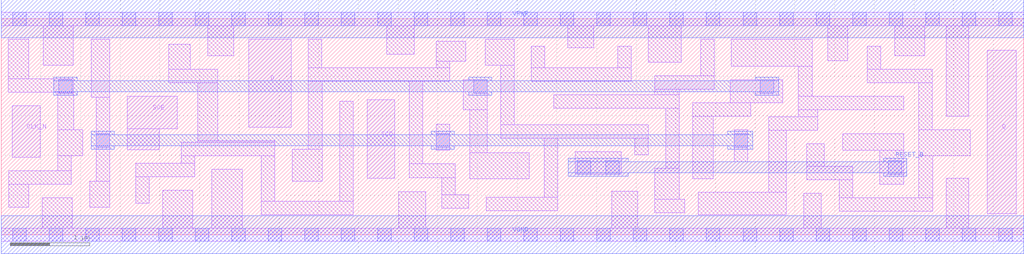
<source format=lef>
# Copyright 2020 The SkyWater PDK Authors
#
# Licensed under the Apache License, Version 2.0 (the "License");
# you may not use this file except in compliance with the License.
# You may obtain a copy of the License at
#
#     https://www.apache.org/licenses/LICENSE-2.0
#
# Unless required by applicable law or agreed to in writing, software
# distributed under the License is distributed on an "AS IS" BASIS,
# WITHOUT WARRANTIES OR CONDITIONS OF ANY KIND, either express or implied.
# See the License for the specific language governing permissions and
# limitations under the License.
#
# SPDX-License-Identifier: Apache-2.0

VERSION 5.7 ;
BUSBITCHARS "[]" ;
DIVIDERCHAR "/" ;
PROPERTYDEFINITIONS
  MACRO maskLayoutSubType STRING ;
  MACRO prCellType STRING ;
  MACRO originalViewName STRING ;
END PROPERTYDEFINITIONS
MACRO sky130_fd_sc_hdll__sdfrtn_1
  ORIGIN  0.000000  0.000000 ;
  CLASS CORE ;
  SYMMETRY X Y R90 ;
  SIZE  12.88000 BY  2.720000 ;
  SITE unithd ;
  PIN CLK_N
    ANTENNAGATEAREA  0.277500 ;
    DIRECTION INPUT ;
    USE SIGNAL ;
    PORT
      LAYER li1 ;
        RECT 0.140000 0.975000 0.490000 1.625000 ;
    END
  END CLK_N
  PIN D
    ANTENNAGATEAREA  0.160200 ;
    DIRECTION INPUT ;
    USE SIGNAL ;
    PORT
      LAYER li1 ;
        RECT 3.120000 1.355000 3.655000 2.465000 ;
    END
  END D
  PIN Q
    ANTENNADIFFAREA  0.513200 ;
    DIRECTION OUTPUT ;
    USE SIGNAL ;
    PORT
      LAYER li1 ;
        RECT 12.420000 0.265000 12.785000 2.325000 ;
    END
  END Q
  PIN RESET_B
    ANTENNAGATEAREA  0.178200 ;
    DIRECTION INPUT ;
    USE SIGNAL ;
    PORT
      LAYER met1 ;
        RECT  7.145000 0.735000  7.900000 0.780000 ;
        RECT  7.145000 0.780000 11.405000 0.920000 ;
        RECT  7.145000 0.920000  7.900000 0.965000 ;
        RECT 11.115000 0.735000 11.405000 0.780000 ;
        RECT 11.115000 0.920000 11.405000 0.965000 ;
    END
  END RESET_B
  PIN SCD
    ANTENNAGATEAREA  0.172800 ;
    DIRECTION INPUT ;
    USE SIGNAL ;
    PORT
      LAYER li1 ;
        RECT 4.610000 0.710000 4.955000 1.700000 ;
    END
  END SCD
  PIN SCE
    ANTENNAGATEAREA  0.467400 ;
    DIRECTION INPUT ;
    USE SIGNAL ;
    PORT
      LAYER li1 ;
        RECT 1.585000 1.070000 1.990000 1.335000 ;
        RECT 1.585000 1.335000 2.220000 1.745000 ;
    END
  END SCE
  PIN VGND
    DIRECTION INOUT ;
    USE SIGNAL ;
    PORT
      LAYER met1 ;
        RECT 0.000000 -0.240000 12.880000 0.240000 ;
    END
  END VGND
  PIN VPWR
    DIRECTION INOUT ;
    USE SIGNAL ;
    PORT
      LAYER met1 ;
        RECT 0.000000 2.480000 12.880000 2.960000 ;
    END
  END VPWR
  OBS
    LAYER li1 ;
      RECT  0.000000 -0.085000 12.880000 0.085000 ;
      RECT  0.000000  2.635000 12.880000 2.805000 ;
      RECT  0.090000  1.795000  0.915000 1.965000 ;
      RECT  0.090000  1.965000  0.345000 2.465000 ;
      RECT  0.095000  0.345000  0.345000 0.635000 ;
      RECT  0.095000  0.635000  0.885000 0.805000 ;
      RECT  0.515000  0.085000  0.895000 0.465000 ;
      RECT  0.530000  2.135000  0.910000 2.635000 ;
      RECT  0.710000  0.805000  0.885000 0.995000 ;
      RECT  0.710000  0.995000  1.025000 1.325000 ;
      RECT  0.710000  1.325000  0.915000 1.795000 ;
      RECT  1.115000  0.345000  1.365000 0.675000 ;
      RECT  1.135000  1.730000  1.365000 2.465000 ;
      RECT  1.195000  0.675000  1.365000 1.730000 ;
      RECT  1.695000  0.395000  1.865000 0.730000 ;
      RECT  1.695000  0.730000  2.435000 0.900000 ;
      RECT  2.035000  0.085000  2.415000 0.560000 ;
      RECT  2.110000  1.915000  2.730000 2.085000 ;
      RECT  2.110000  2.085000  2.380000 2.400000 ;
      RECT  2.265000  0.900000  2.435000 0.995000 ;
      RECT  2.265000  0.995000  3.445000 1.165000 ;
      RECT  2.475000  1.165000  3.445000 1.185000 ;
      RECT  2.475000  1.185000  2.730000 1.915000 ;
      RECT  2.600000  2.255000  2.930000 2.635000 ;
      RECT  2.655000  0.085000  3.035000 0.825000 ;
      RECT  3.275000  0.255000  4.435000 0.425000 ;
      RECT  3.275000  0.425000  3.445000 0.995000 ;
      RECT  3.665000  0.675000  4.045000 1.075000 ;
      RECT  3.870000  1.075000  4.045000 1.935000 ;
      RECT  3.870000  1.935000  5.650000 2.105000 ;
      RECT  3.870000  2.105000  4.040000 2.465000 ;
      RECT  4.265000  0.425000  4.435000 1.685000 ;
      RECT  4.855000  2.275000  5.205000 2.635000 ;
      RECT  5.005000  0.085000  5.350000 0.540000 ;
      RECT  5.140000  0.715000  5.720000 0.895000 ;
      RECT  5.140000  0.895000  5.310000 1.935000 ;
      RECT  5.480000  1.065000  5.650000 1.395000 ;
      RECT  5.480000  2.105000  5.650000 2.185000 ;
      RECT  5.480000  2.185000  5.850000 2.435000 ;
      RECT  5.550000  0.335000  5.890000 0.505000 ;
      RECT  5.550000  0.505000  5.720000 0.715000 ;
      RECT  5.820000  1.575000  6.120000 1.955000 ;
      RECT  5.900000  0.705000  6.650000 1.035000 ;
      RECT  5.900000  1.035000  6.120000 1.575000 ;
      RECT  6.095000  2.135000  6.460000 2.465000 ;
      RECT  6.110000  0.305000  7.010000 0.475000 ;
      RECT  6.290000  1.215000  8.150000 1.385000 ;
      RECT  6.290000  1.385000  6.460000 2.135000 ;
      RECT  6.680000  1.935000  7.940000 2.105000 ;
      RECT  6.680000  2.105000  6.850000 2.375000 ;
      RECT  6.840000  0.475000  7.010000 1.215000 ;
      RECT  6.960000  1.595000  8.540000 1.765000 ;
      RECT  7.135000  2.355000  7.465000 2.635000 ;
      RECT  7.230000  0.765000  7.810000 1.045000 ;
      RECT  7.690000  0.085000  8.020000 0.545000 ;
      RECT  7.770000  2.105000  7.940000 2.375000 ;
      RECT  7.980000  1.005000  8.150000 1.215000 ;
      RECT  8.150000  2.175000  8.570000 2.635000 ;
      RECT  8.230000  0.275000  8.610000 0.445000 ;
      RECT  8.230000  0.445000  8.540000 0.835000 ;
      RECT  8.230000  1.765000  8.540000 1.835000 ;
      RECT  8.230000  1.835000  8.985000 2.005000 ;
      RECT  8.370000  0.835000  8.540000 1.595000 ;
      RECT  8.710000  0.705000  8.970000 1.495000 ;
      RECT  8.710000  1.495000  9.445000 1.660000 ;
      RECT  8.710000  1.660000  9.845000 1.665000 ;
      RECT  8.780000  0.255000  9.890000 0.535000 ;
      RECT  8.815000  2.005000  8.985000 2.465000 ;
      RECT  9.185000  1.665000  9.845000 1.955000 ;
      RECT  9.195000  2.125000 10.215000 2.465000 ;
      RECT  9.235000  0.920000  9.405000 1.325000 ;
      RECT  9.670000  0.535000  9.890000 1.315000 ;
      RECT  9.670000  1.315000 10.285000 1.485000 ;
      RECT 10.040000  1.485000 10.285000 1.575000 ;
      RECT 10.040000  1.575000 11.370000 1.745000 ;
      RECT 10.040000  1.745000 10.215000 2.125000 ;
      RECT 10.110000  0.085000 10.330000 0.525000 ;
      RECT 10.150000  0.695000 10.730000 0.865000 ;
      RECT 10.150000  0.865000 10.370000 1.145000 ;
      RECT 10.415000  2.195000 10.665000 2.635000 ;
      RECT 10.560000  0.295000 11.735000 0.465000 ;
      RECT 10.560000  0.465000 10.730000 0.695000 ;
      RECT 10.600000  1.065000 11.370000 1.275000 ;
      RECT 10.910000  1.915000 11.730000 2.085000 ;
      RECT 10.910000  2.085000 11.080000 2.375000 ;
      RECT 11.065000  0.635000 11.370000 1.065000 ;
      RECT 11.255000  2.255000 11.635000 2.635000 ;
      RECT 11.560000  0.465000 11.735000 0.995000 ;
      RECT 11.560000  0.995000 12.205000 1.325000 ;
      RECT 11.560000  1.325000 11.730000 1.915000 ;
      RECT 11.905000  0.085000 12.190000 0.710000 ;
      RECT 11.905000  1.495000 12.190000 2.635000 ;
    LAYER mcon ;
      RECT  0.145000 -0.085000  0.315000 0.085000 ;
      RECT  0.145000  2.635000  0.315000 2.805000 ;
      RECT  0.605000 -0.085000  0.775000 0.085000 ;
      RECT  0.605000  2.635000  0.775000 2.805000 ;
      RECT  0.725000  1.785000  0.895000 1.955000 ;
      RECT  1.065000 -0.085000  1.235000 0.085000 ;
      RECT  1.065000  2.635000  1.235000 2.805000 ;
      RECT  1.195000  1.105000  1.365000 1.275000 ;
      RECT  1.525000 -0.085000  1.695000 0.085000 ;
      RECT  1.525000  2.635000  1.695000 2.805000 ;
      RECT  1.985000 -0.085000  2.155000 0.085000 ;
      RECT  1.985000  2.635000  2.155000 2.805000 ;
      RECT  2.445000 -0.085000  2.615000 0.085000 ;
      RECT  2.445000  2.635000  2.615000 2.805000 ;
      RECT  2.905000 -0.085000  3.075000 0.085000 ;
      RECT  2.905000  2.635000  3.075000 2.805000 ;
      RECT  3.365000 -0.085000  3.535000 0.085000 ;
      RECT  3.365000  2.635000  3.535000 2.805000 ;
      RECT  3.825000 -0.085000  3.995000 0.085000 ;
      RECT  3.825000  2.635000  3.995000 2.805000 ;
      RECT  4.285000 -0.085000  4.455000 0.085000 ;
      RECT  4.285000  2.635000  4.455000 2.805000 ;
      RECT  4.745000 -0.085000  4.915000 0.085000 ;
      RECT  4.745000  2.635000  4.915000 2.805000 ;
      RECT  5.205000 -0.085000  5.375000 0.085000 ;
      RECT  5.205000  2.635000  5.375000 2.805000 ;
      RECT  5.480000  1.105000  5.650000 1.275000 ;
      RECT  5.665000 -0.085000  5.835000 0.085000 ;
      RECT  5.665000  2.635000  5.835000 2.805000 ;
      RECT  5.950000  1.785000  6.120000 1.955000 ;
      RECT  6.125000 -0.085000  6.295000 0.085000 ;
      RECT  6.125000  2.635000  6.295000 2.805000 ;
      RECT  6.585000 -0.085000  6.755000 0.085000 ;
      RECT  6.585000  2.635000  6.755000 2.805000 ;
      RECT  7.045000 -0.085000  7.215000 0.085000 ;
      RECT  7.045000  2.635000  7.215000 2.805000 ;
      RECT  7.255000  0.765000  7.425000 0.935000 ;
      RECT  7.505000 -0.085000  7.675000 0.085000 ;
      RECT  7.505000  2.635000  7.675000 2.805000 ;
      RECT  7.615000  0.765000  7.785000 0.935000 ;
      RECT  7.965000 -0.085000  8.135000 0.085000 ;
      RECT  7.965000  2.635000  8.135000 2.805000 ;
      RECT  8.425000 -0.085000  8.595000 0.085000 ;
      RECT  8.425000  2.635000  8.595000 2.805000 ;
      RECT  8.885000 -0.085000  9.055000 0.085000 ;
      RECT  8.885000  2.635000  9.055000 2.805000 ;
      RECT  9.235000  1.105000  9.405000 1.275000 ;
      RECT  9.345000 -0.085000  9.515000 0.085000 ;
      RECT  9.345000  2.635000  9.515000 2.805000 ;
      RECT  9.565000  1.785000  9.735000 1.955000 ;
      RECT  9.805000 -0.085000  9.975000 0.085000 ;
      RECT  9.805000  2.635000  9.975000 2.805000 ;
      RECT 10.265000 -0.085000 10.435000 0.085000 ;
      RECT 10.265000  2.635000 10.435000 2.805000 ;
      RECT 10.725000 -0.085000 10.895000 0.085000 ;
      RECT 10.725000  2.635000 10.895000 2.805000 ;
      RECT 11.175000  0.765000 11.345000 0.935000 ;
      RECT 11.185000 -0.085000 11.355000 0.085000 ;
      RECT 11.185000  2.635000 11.355000 2.805000 ;
      RECT 11.645000 -0.085000 11.815000 0.085000 ;
      RECT 11.645000  2.635000 11.815000 2.805000 ;
      RECT 12.105000 -0.085000 12.275000 0.085000 ;
      RECT 12.105000  2.635000 12.275000 2.805000 ;
      RECT 12.565000 -0.085000 12.735000 0.085000 ;
      RECT 12.565000  2.635000 12.735000 2.805000 ;
    LAYER met1 ;
      RECT 0.660000 1.755000 0.960000 1.800000 ;
      RECT 0.660000 1.800000 9.795000 1.940000 ;
      RECT 0.660000 1.940000 0.960000 1.985000 ;
      RECT 1.135000 1.075000 1.425000 1.120000 ;
      RECT 1.135000 1.120000 9.465000 1.260000 ;
      RECT 1.135000 1.260000 1.425000 1.305000 ;
      RECT 5.420000 1.075000 5.710000 1.120000 ;
      RECT 5.420000 1.260000 5.710000 1.305000 ;
      RECT 5.890000 1.755000 6.180000 1.800000 ;
      RECT 5.890000 1.940000 6.180000 1.985000 ;
      RECT 9.155000 1.075000 9.465000 1.120000 ;
      RECT 9.155000 1.260000 9.465000 1.305000 ;
      RECT 9.500000 1.755000 9.795000 1.800000 ;
      RECT 9.500000 1.940000 9.795000 1.985000 ;
  END
  PROPERTY maskLayoutSubType "abstract" ;
  PROPERTY prCellType "standard" ;
  PROPERTY originalViewName "layout" ;
END sky130_fd_sc_hdll__sdfrtn_1
END LIBRARY

</source>
